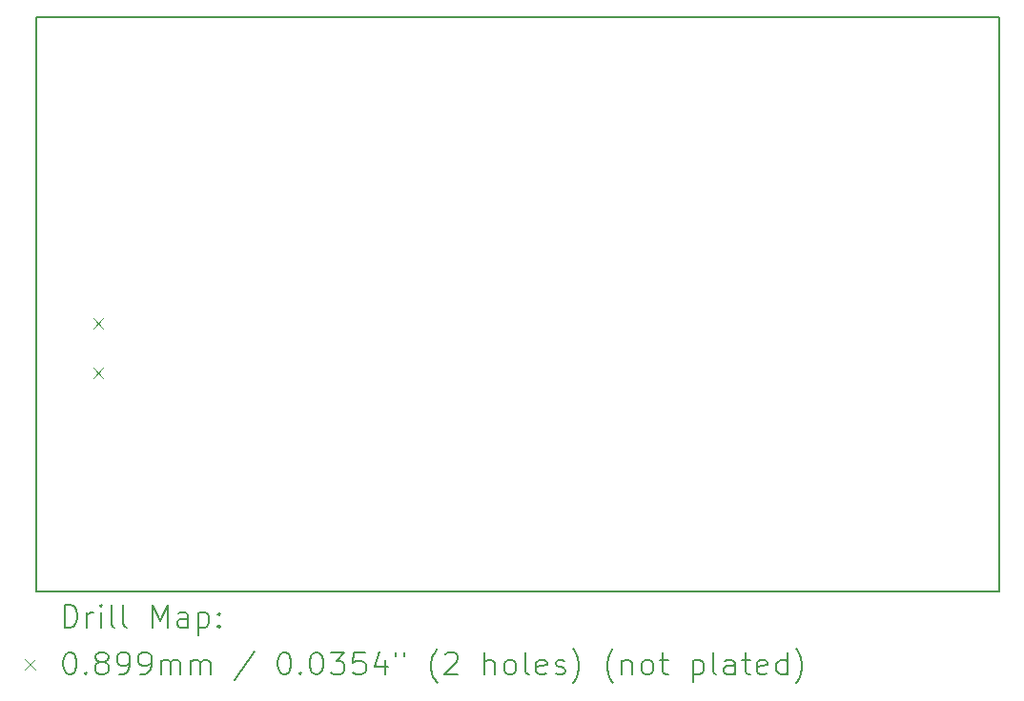
<source format=gbr>
%TF.GenerationSoftware,KiCad,Pcbnew,7.0.7*%
%TF.CreationDate,2023-10-17T21:45:56+02:00*%
%TF.ProjectId,Motherboard_pico,4d6f7468-6572-4626-9f61-72645f706963,rev?*%
%TF.SameCoordinates,Original*%
%TF.FileFunction,Drillmap*%
%TF.FilePolarity,Positive*%
%FSLAX45Y45*%
G04 Gerber Fmt 4.5, Leading zero omitted, Abs format (unit mm)*
G04 Created by KiCad (PCBNEW 7.0.7) date 2023-10-17 21:45:56*
%MOMM*%
%LPD*%
G01*
G04 APERTURE LIST*
%ADD10C,0.200000*%
%ADD11C,0.089916*%
G04 APERTURE END LIST*
D10*
X12150000Y-8400000D02*
X20700000Y-8400000D01*
X20700000Y-13500000D01*
X12150000Y-13500000D01*
X12150000Y-8400000D01*
D11*
X12655064Y-11072834D02*
X12744980Y-11162750D01*
X12744980Y-11072834D02*
X12655064Y-11162750D01*
X12655064Y-11512762D02*
X12744980Y-11602678D01*
X12744980Y-11512762D02*
X12655064Y-11602678D01*
D10*
X12400777Y-13821484D02*
X12400777Y-13621484D01*
X12400777Y-13621484D02*
X12448396Y-13621484D01*
X12448396Y-13621484D02*
X12476967Y-13631008D01*
X12476967Y-13631008D02*
X12496015Y-13650055D01*
X12496015Y-13650055D02*
X12505539Y-13669103D01*
X12505539Y-13669103D02*
X12515062Y-13707198D01*
X12515062Y-13707198D02*
X12515062Y-13735769D01*
X12515062Y-13735769D02*
X12505539Y-13773865D01*
X12505539Y-13773865D02*
X12496015Y-13792912D01*
X12496015Y-13792912D02*
X12476967Y-13811960D01*
X12476967Y-13811960D02*
X12448396Y-13821484D01*
X12448396Y-13821484D02*
X12400777Y-13821484D01*
X12600777Y-13821484D02*
X12600777Y-13688150D01*
X12600777Y-13726246D02*
X12610301Y-13707198D01*
X12610301Y-13707198D02*
X12619824Y-13697674D01*
X12619824Y-13697674D02*
X12638872Y-13688150D01*
X12638872Y-13688150D02*
X12657920Y-13688150D01*
X12724586Y-13821484D02*
X12724586Y-13688150D01*
X12724586Y-13621484D02*
X12715062Y-13631008D01*
X12715062Y-13631008D02*
X12724586Y-13640531D01*
X12724586Y-13640531D02*
X12734110Y-13631008D01*
X12734110Y-13631008D02*
X12724586Y-13621484D01*
X12724586Y-13621484D02*
X12724586Y-13640531D01*
X12848396Y-13821484D02*
X12829348Y-13811960D01*
X12829348Y-13811960D02*
X12819824Y-13792912D01*
X12819824Y-13792912D02*
X12819824Y-13621484D01*
X12953158Y-13821484D02*
X12934110Y-13811960D01*
X12934110Y-13811960D02*
X12924586Y-13792912D01*
X12924586Y-13792912D02*
X12924586Y-13621484D01*
X13181729Y-13821484D02*
X13181729Y-13621484D01*
X13181729Y-13621484D02*
X13248396Y-13764341D01*
X13248396Y-13764341D02*
X13315062Y-13621484D01*
X13315062Y-13621484D02*
X13315062Y-13821484D01*
X13496015Y-13821484D02*
X13496015Y-13716722D01*
X13496015Y-13716722D02*
X13486491Y-13697674D01*
X13486491Y-13697674D02*
X13467443Y-13688150D01*
X13467443Y-13688150D02*
X13429348Y-13688150D01*
X13429348Y-13688150D02*
X13410301Y-13697674D01*
X13496015Y-13811960D02*
X13476967Y-13821484D01*
X13476967Y-13821484D02*
X13429348Y-13821484D01*
X13429348Y-13821484D02*
X13410301Y-13811960D01*
X13410301Y-13811960D02*
X13400777Y-13792912D01*
X13400777Y-13792912D02*
X13400777Y-13773865D01*
X13400777Y-13773865D02*
X13410301Y-13754817D01*
X13410301Y-13754817D02*
X13429348Y-13745293D01*
X13429348Y-13745293D02*
X13476967Y-13745293D01*
X13476967Y-13745293D02*
X13496015Y-13735769D01*
X13591253Y-13688150D02*
X13591253Y-13888150D01*
X13591253Y-13697674D02*
X13610301Y-13688150D01*
X13610301Y-13688150D02*
X13648396Y-13688150D01*
X13648396Y-13688150D02*
X13667443Y-13697674D01*
X13667443Y-13697674D02*
X13676967Y-13707198D01*
X13676967Y-13707198D02*
X13686491Y-13726246D01*
X13686491Y-13726246D02*
X13686491Y-13783388D01*
X13686491Y-13783388D02*
X13676967Y-13802436D01*
X13676967Y-13802436D02*
X13667443Y-13811960D01*
X13667443Y-13811960D02*
X13648396Y-13821484D01*
X13648396Y-13821484D02*
X13610301Y-13821484D01*
X13610301Y-13821484D02*
X13591253Y-13811960D01*
X13772205Y-13802436D02*
X13781729Y-13811960D01*
X13781729Y-13811960D02*
X13772205Y-13821484D01*
X13772205Y-13821484D02*
X13762682Y-13811960D01*
X13762682Y-13811960D02*
X13772205Y-13802436D01*
X13772205Y-13802436D02*
X13772205Y-13821484D01*
X13772205Y-13697674D02*
X13781729Y-13707198D01*
X13781729Y-13707198D02*
X13772205Y-13716722D01*
X13772205Y-13716722D02*
X13762682Y-13707198D01*
X13762682Y-13707198D02*
X13772205Y-13697674D01*
X13772205Y-13697674D02*
X13772205Y-13716722D01*
D11*
X12050084Y-14105042D02*
X12140000Y-14194958D01*
X12140000Y-14105042D02*
X12050084Y-14194958D01*
D10*
X12438872Y-14041484D02*
X12457920Y-14041484D01*
X12457920Y-14041484D02*
X12476967Y-14051008D01*
X12476967Y-14051008D02*
X12486491Y-14060531D01*
X12486491Y-14060531D02*
X12496015Y-14079579D01*
X12496015Y-14079579D02*
X12505539Y-14117674D01*
X12505539Y-14117674D02*
X12505539Y-14165293D01*
X12505539Y-14165293D02*
X12496015Y-14203388D01*
X12496015Y-14203388D02*
X12486491Y-14222436D01*
X12486491Y-14222436D02*
X12476967Y-14231960D01*
X12476967Y-14231960D02*
X12457920Y-14241484D01*
X12457920Y-14241484D02*
X12438872Y-14241484D01*
X12438872Y-14241484D02*
X12419824Y-14231960D01*
X12419824Y-14231960D02*
X12410301Y-14222436D01*
X12410301Y-14222436D02*
X12400777Y-14203388D01*
X12400777Y-14203388D02*
X12391253Y-14165293D01*
X12391253Y-14165293D02*
X12391253Y-14117674D01*
X12391253Y-14117674D02*
X12400777Y-14079579D01*
X12400777Y-14079579D02*
X12410301Y-14060531D01*
X12410301Y-14060531D02*
X12419824Y-14051008D01*
X12419824Y-14051008D02*
X12438872Y-14041484D01*
X12591253Y-14222436D02*
X12600777Y-14231960D01*
X12600777Y-14231960D02*
X12591253Y-14241484D01*
X12591253Y-14241484D02*
X12581729Y-14231960D01*
X12581729Y-14231960D02*
X12591253Y-14222436D01*
X12591253Y-14222436D02*
X12591253Y-14241484D01*
X12715062Y-14127198D02*
X12696015Y-14117674D01*
X12696015Y-14117674D02*
X12686491Y-14108150D01*
X12686491Y-14108150D02*
X12676967Y-14089103D01*
X12676967Y-14089103D02*
X12676967Y-14079579D01*
X12676967Y-14079579D02*
X12686491Y-14060531D01*
X12686491Y-14060531D02*
X12696015Y-14051008D01*
X12696015Y-14051008D02*
X12715062Y-14041484D01*
X12715062Y-14041484D02*
X12753158Y-14041484D01*
X12753158Y-14041484D02*
X12772205Y-14051008D01*
X12772205Y-14051008D02*
X12781729Y-14060531D01*
X12781729Y-14060531D02*
X12791253Y-14079579D01*
X12791253Y-14079579D02*
X12791253Y-14089103D01*
X12791253Y-14089103D02*
X12781729Y-14108150D01*
X12781729Y-14108150D02*
X12772205Y-14117674D01*
X12772205Y-14117674D02*
X12753158Y-14127198D01*
X12753158Y-14127198D02*
X12715062Y-14127198D01*
X12715062Y-14127198D02*
X12696015Y-14136722D01*
X12696015Y-14136722D02*
X12686491Y-14146246D01*
X12686491Y-14146246D02*
X12676967Y-14165293D01*
X12676967Y-14165293D02*
X12676967Y-14203388D01*
X12676967Y-14203388D02*
X12686491Y-14222436D01*
X12686491Y-14222436D02*
X12696015Y-14231960D01*
X12696015Y-14231960D02*
X12715062Y-14241484D01*
X12715062Y-14241484D02*
X12753158Y-14241484D01*
X12753158Y-14241484D02*
X12772205Y-14231960D01*
X12772205Y-14231960D02*
X12781729Y-14222436D01*
X12781729Y-14222436D02*
X12791253Y-14203388D01*
X12791253Y-14203388D02*
X12791253Y-14165293D01*
X12791253Y-14165293D02*
X12781729Y-14146246D01*
X12781729Y-14146246D02*
X12772205Y-14136722D01*
X12772205Y-14136722D02*
X12753158Y-14127198D01*
X12886491Y-14241484D02*
X12924586Y-14241484D01*
X12924586Y-14241484D02*
X12943634Y-14231960D01*
X12943634Y-14231960D02*
X12953158Y-14222436D01*
X12953158Y-14222436D02*
X12972205Y-14193865D01*
X12972205Y-14193865D02*
X12981729Y-14155769D01*
X12981729Y-14155769D02*
X12981729Y-14079579D01*
X12981729Y-14079579D02*
X12972205Y-14060531D01*
X12972205Y-14060531D02*
X12962682Y-14051008D01*
X12962682Y-14051008D02*
X12943634Y-14041484D01*
X12943634Y-14041484D02*
X12905539Y-14041484D01*
X12905539Y-14041484D02*
X12886491Y-14051008D01*
X12886491Y-14051008D02*
X12876967Y-14060531D01*
X12876967Y-14060531D02*
X12867443Y-14079579D01*
X12867443Y-14079579D02*
X12867443Y-14127198D01*
X12867443Y-14127198D02*
X12876967Y-14146246D01*
X12876967Y-14146246D02*
X12886491Y-14155769D01*
X12886491Y-14155769D02*
X12905539Y-14165293D01*
X12905539Y-14165293D02*
X12943634Y-14165293D01*
X12943634Y-14165293D02*
X12962682Y-14155769D01*
X12962682Y-14155769D02*
X12972205Y-14146246D01*
X12972205Y-14146246D02*
X12981729Y-14127198D01*
X13076967Y-14241484D02*
X13115062Y-14241484D01*
X13115062Y-14241484D02*
X13134110Y-14231960D01*
X13134110Y-14231960D02*
X13143634Y-14222436D01*
X13143634Y-14222436D02*
X13162682Y-14193865D01*
X13162682Y-14193865D02*
X13172205Y-14155769D01*
X13172205Y-14155769D02*
X13172205Y-14079579D01*
X13172205Y-14079579D02*
X13162682Y-14060531D01*
X13162682Y-14060531D02*
X13153158Y-14051008D01*
X13153158Y-14051008D02*
X13134110Y-14041484D01*
X13134110Y-14041484D02*
X13096015Y-14041484D01*
X13096015Y-14041484D02*
X13076967Y-14051008D01*
X13076967Y-14051008D02*
X13067443Y-14060531D01*
X13067443Y-14060531D02*
X13057920Y-14079579D01*
X13057920Y-14079579D02*
X13057920Y-14127198D01*
X13057920Y-14127198D02*
X13067443Y-14146246D01*
X13067443Y-14146246D02*
X13076967Y-14155769D01*
X13076967Y-14155769D02*
X13096015Y-14165293D01*
X13096015Y-14165293D02*
X13134110Y-14165293D01*
X13134110Y-14165293D02*
X13153158Y-14155769D01*
X13153158Y-14155769D02*
X13162682Y-14146246D01*
X13162682Y-14146246D02*
X13172205Y-14127198D01*
X13257920Y-14241484D02*
X13257920Y-14108150D01*
X13257920Y-14127198D02*
X13267443Y-14117674D01*
X13267443Y-14117674D02*
X13286491Y-14108150D01*
X13286491Y-14108150D02*
X13315063Y-14108150D01*
X13315063Y-14108150D02*
X13334110Y-14117674D01*
X13334110Y-14117674D02*
X13343634Y-14136722D01*
X13343634Y-14136722D02*
X13343634Y-14241484D01*
X13343634Y-14136722D02*
X13353158Y-14117674D01*
X13353158Y-14117674D02*
X13372205Y-14108150D01*
X13372205Y-14108150D02*
X13400777Y-14108150D01*
X13400777Y-14108150D02*
X13419824Y-14117674D01*
X13419824Y-14117674D02*
X13429348Y-14136722D01*
X13429348Y-14136722D02*
X13429348Y-14241484D01*
X13524586Y-14241484D02*
X13524586Y-14108150D01*
X13524586Y-14127198D02*
X13534110Y-14117674D01*
X13534110Y-14117674D02*
X13553158Y-14108150D01*
X13553158Y-14108150D02*
X13581729Y-14108150D01*
X13581729Y-14108150D02*
X13600777Y-14117674D01*
X13600777Y-14117674D02*
X13610301Y-14136722D01*
X13610301Y-14136722D02*
X13610301Y-14241484D01*
X13610301Y-14136722D02*
X13619824Y-14117674D01*
X13619824Y-14117674D02*
X13638872Y-14108150D01*
X13638872Y-14108150D02*
X13667443Y-14108150D01*
X13667443Y-14108150D02*
X13686491Y-14117674D01*
X13686491Y-14117674D02*
X13696015Y-14136722D01*
X13696015Y-14136722D02*
X13696015Y-14241484D01*
X14086491Y-14031960D02*
X13915063Y-14289103D01*
X14343634Y-14041484D02*
X14362682Y-14041484D01*
X14362682Y-14041484D02*
X14381729Y-14051008D01*
X14381729Y-14051008D02*
X14391253Y-14060531D01*
X14391253Y-14060531D02*
X14400777Y-14079579D01*
X14400777Y-14079579D02*
X14410301Y-14117674D01*
X14410301Y-14117674D02*
X14410301Y-14165293D01*
X14410301Y-14165293D02*
X14400777Y-14203388D01*
X14400777Y-14203388D02*
X14391253Y-14222436D01*
X14391253Y-14222436D02*
X14381729Y-14231960D01*
X14381729Y-14231960D02*
X14362682Y-14241484D01*
X14362682Y-14241484D02*
X14343634Y-14241484D01*
X14343634Y-14241484D02*
X14324586Y-14231960D01*
X14324586Y-14231960D02*
X14315063Y-14222436D01*
X14315063Y-14222436D02*
X14305539Y-14203388D01*
X14305539Y-14203388D02*
X14296015Y-14165293D01*
X14296015Y-14165293D02*
X14296015Y-14117674D01*
X14296015Y-14117674D02*
X14305539Y-14079579D01*
X14305539Y-14079579D02*
X14315063Y-14060531D01*
X14315063Y-14060531D02*
X14324586Y-14051008D01*
X14324586Y-14051008D02*
X14343634Y-14041484D01*
X14496015Y-14222436D02*
X14505539Y-14231960D01*
X14505539Y-14231960D02*
X14496015Y-14241484D01*
X14496015Y-14241484D02*
X14486491Y-14231960D01*
X14486491Y-14231960D02*
X14496015Y-14222436D01*
X14496015Y-14222436D02*
X14496015Y-14241484D01*
X14629348Y-14041484D02*
X14648396Y-14041484D01*
X14648396Y-14041484D02*
X14667444Y-14051008D01*
X14667444Y-14051008D02*
X14676967Y-14060531D01*
X14676967Y-14060531D02*
X14686491Y-14079579D01*
X14686491Y-14079579D02*
X14696015Y-14117674D01*
X14696015Y-14117674D02*
X14696015Y-14165293D01*
X14696015Y-14165293D02*
X14686491Y-14203388D01*
X14686491Y-14203388D02*
X14676967Y-14222436D01*
X14676967Y-14222436D02*
X14667444Y-14231960D01*
X14667444Y-14231960D02*
X14648396Y-14241484D01*
X14648396Y-14241484D02*
X14629348Y-14241484D01*
X14629348Y-14241484D02*
X14610301Y-14231960D01*
X14610301Y-14231960D02*
X14600777Y-14222436D01*
X14600777Y-14222436D02*
X14591253Y-14203388D01*
X14591253Y-14203388D02*
X14581729Y-14165293D01*
X14581729Y-14165293D02*
X14581729Y-14117674D01*
X14581729Y-14117674D02*
X14591253Y-14079579D01*
X14591253Y-14079579D02*
X14600777Y-14060531D01*
X14600777Y-14060531D02*
X14610301Y-14051008D01*
X14610301Y-14051008D02*
X14629348Y-14041484D01*
X14762682Y-14041484D02*
X14886491Y-14041484D01*
X14886491Y-14041484D02*
X14819825Y-14117674D01*
X14819825Y-14117674D02*
X14848396Y-14117674D01*
X14848396Y-14117674D02*
X14867444Y-14127198D01*
X14867444Y-14127198D02*
X14876967Y-14136722D01*
X14876967Y-14136722D02*
X14886491Y-14155769D01*
X14886491Y-14155769D02*
X14886491Y-14203388D01*
X14886491Y-14203388D02*
X14876967Y-14222436D01*
X14876967Y-14222436D02*
X14867444Y-14231960D01*
X14867444Y-14231960D02*
X14848396Y-14241484D01*
X14848396Y-14241484D02*
X14791253Y-14241484D01*
X14791253Y-14241484D02*
X14772206Y-14231960D01*
X14772206Y-14231960D02*
X14762682Y-14222436D01*
X15067444Y-14041484D02*
X14972206Y-14041484D01*
X14972206Y-14041484D02*
X14962682Y-14136722D01*
X14962682Y-14136722D02*
X14972206Y-14127198D01*
X14972206Y-14127198D02*
X14991253Y-14117674D01*
X14991253Y-14117674D02*
X15038872Y-14117674D01*
X15038872Y-14117674D02*
X15057920Y-14127198D01*
X15057920Y-14127198D02*
X15067444Y-14136722D01*
X15067444Y-14136722D02*
X15076967Y-14155769D01*
X15076967Y-14155769D02*
X15076967Y-14203388D01*
X15076967Y-14203388D02*
X15067444Y-14222436D01*
X15067444Y-14222436D02*
X15057920Y-14231960D01*
X15057920Y-14231960D02*
X15038872Y-14241484D01*
X15038872Y-14241484D02*
X14991253Y-14241484D01*
X14991253Y-14241484D02*
X14972206Y-14231960D01*
X14972206Y-14231960D02*
X14962682Y-14222436D01*
X15248396Y-14108150D02*
X15248396Y-14241484D01*
X15200777Y-14031960D02*
X15153158Y-14174817D01*
X15153158Y-14174817D02*
X15276967Y-14174817D01*
X15343634Y-14041484D02*
X15343634Y-14079579D01*
X15419825Y-14041484D02*
X15419825Y-14079579D01*
X15715063Y-14317674D02*
X15705539Y-14308150D01*
X15705539Y-14308150D02*
X15686491Y-14279579D01*
X15686491Y-14279579D02*
X15676968Y-14260531D01*
X15676968Y-14260531D02*
X15667444Y-14231960D01*
X15667444Y-14231960D02*
X15657920Y-14184341D01*
X15657920Y-14184341D02*
X15657920Y-14146246D01*
X15657920Y-14146246D02*
X15667444Y-14098627D01*
X15667444Y-14098627D02*
X15676968Y-14070055D01*
X15676968Y-14070055D02*
X15686491Y-14051008D01*
X15686491Y-14051008D02*
X15705539Y-14022436D01*
X15705539Y-14022436D02*
X15715063Y-14012912D01*
X15781729Y-14060531D02*
X15791253Y-14051008D01*
X15791253Y-14051008D02*
X15810301Y-14041484D01*
X15810301Y-14041484D02*
X15857920Y-14041484D01*
X15857920Y-14041484D02*
X15876968Y-14051008D01*
X15876968Y-14051008D02*
X15886491Y-14060531D01*
X15886491Y-14060531D02*
X15896015Y-14079579D01*
X15896015Y-14079579D02*
X15896015Y-14098627D01*
X15896015Y-14098627D02*
X15886491Y-14127198D01*
X15886491Y-14127198D02*
X15772206Y-14241484D01*
X15772206Y-14241484D02*
X15896015Y-14241484D01*
X16134110Y-14241484D02*
X16134110Y-14041484D01*
X16219825Y-14241484D02*
X16219825Y-14136722D01*
X16219825Y-14136722D02*
X16210301Y-14117674D01*
X16210301Y-14117674D02*
X16191253Y-14108150D01*
X16191253Y-14108150D02*
X16162682Y-14108150D01*
X16162682Y-14108150D02*
X16143634Y-14117674D01*
X16143634Y-14117674D02*
X16134110Y-14127198D01*
X16343634Y-14241484D02*
X16324587Y-14231960D01*
X16324587Y-14231960D02*
X16315063Y-14222436D01*
X16315063Y-14222436D02*
X16305539Y-14203388D01*
X16305539Y-14203388D02*
X16305539Y-14146246D01*
X16305539Y-14146246D02*
X16315063Y-14127198D01*
X16315063Y-14127198D02*
X16324587Y-14117674D01*
X16324587Y-14117674D02*
X16343634Y-14108150D01*
X16343634Y-14108150D02*
X16372206Y-14108150D01*
X16372206Y-14108150D02*
X16391253Y-14117674D01*
X16391253Y-14117674D02*
X16400777Y-14127198D01*
X16400777Y-14127198D02*
X16410301Y-14146246D01*
X16410301Y-14146246D02*
X16410301Y-14203388D01*
X16410301Y-14203388D02*
X16400777Y-14222436D01*
X16400777Y-14222436D02*
X16391253Y-14231960D01*
X16391253Y-14231960D02*
X16372206Y-14241484D01*
X16372206Y-14241484D02*
X16343634Y-14241484D01*
X16524587Y-14241484D02*
X16505539Y-14231960D01*
X16505539Y-14231960D02*
X16496015Y-14212912D01*
X16496015Y-14212912D02*
X16496015Y-14041484D01*
X16676968Y-14231960D02*
X16657920Y-14241484D01*
X16657920Y-14241484D02*
X16619825Y-14241484D01*
X16619825Y-14241484D02*
X16600777Y-14231960D01*
X16600777Y-14231960D02*
X16591253Y-14212912D01*
X16591253Y-14212912D02*
X16591253Y-14136722D01*
X16591253Y-14136722D02*
X16600777Y-14117674D01*
X16600777Y-14117674D02*
X16619825Y-14108150D01*
X16619825Y-14108150D02*
X16657920Y-14108150D01*
X16657920Y-14108150D02*
X16676968Y-14117674D01*
X16676968Y-14117674D02*
X16686491Y-14136722D01*
X16686491Y-14136722D02*
X16686491Y-14155769D01*
X16686491Y-14155769D02*
X16591253Y-14174817D01*
X16762682Y-14231960D02*
X16781730Y-14241484D01*
X16781730Y-14241484D02*
X16819825Y-14241484D01*
X16819825Y-14241484D02*
X16838873Y-14231960D01*
X16838873Y-14231960D02*
X16848396Y-14212912D01*
X16848396Y-14212912D02*
X16848396Y-14203388D01*
X16848396Y-14203388D02*
X16838873Y-14184341D01*
X16838873Y-14184341D02*
X16819825Y-14174817D01*
X16819825Y-14174817D02*
X16791253Y-14174817D01*
X16791253Y-14174817D02*
X16772206Y-14165293D01*
X16772206Y-14165293D02*
X16762682Y-14146246D01*
X16762682Y-14146246D02*
X16762682Y-14136722D01*
X16762682Y-14136722D02*
X16772206Y-14117674D01*
X16772206Y-14117674D02*
X16791253Y-14108150D01*
X16791253Y-14108150D02*
X16819825Y-14108150D01*
X16819825Y-14108150D02*
X16838873Y-14117674D01*
X16915063Y-14317674D02*
X16924587Y-14308150D01*
X16924587Y-14308150D02*
X16943634Y-14279579D01*
X16943634Y-14279579D02*
X16953158Y-14260531D01*
X16953158Y-14260531D02*
X16962682Y-14231960D01*
X16962682Y-14231960D02*
X16972206Y-14184341D01*
X16972206Y-14184341D02*
X16972206Y-14146246D01*
X16972206Y-14146246D02*
X16962682Y-14098627D01*
X16962682Y-14098627D02*
X16953158Y-14070055D01*
X16953158Y-14070055D02*
X16943634Y-14051008D01*
X16943634Y-14051008D02*
X16924587Y-14022436D01*
X16924587Y-14022436D02*
X16915063Y-14012912D01*
X17276968Y-14317674D02*
X17267444Y-14308150D01*
X17267444Y-14308150D02*
X17248396Y-14279579D01*
X17248396Y-14279579D02*
X17238873Y-14260531D01*
X17238873Y-14260531D02*
X17229349Y-14231960D01*
X17229349Y-14231960D02*
X17219825Y-14184341D01*
X17219825Y-14184341D02*
X17219825Y-14146246D01*
X17219825Y-14146246D02*
X17229349Y-14098627D01*
X17229349Y-14098627D02*
X17238873Y-14070055D01*
X17238873Y-14070055D02*
X17248396Y-14051008D01*
X17248396Y-14051008D02*
X17267444Y-14022436D01*
X17267444Y-14022436D02*
X17276968Y-14012912D01*
X17353158Y-14108150D02*
X17353158Y-14241484D01*
X17353158Y-14127198D02*
X17362682Y-14117674D01*
X17362682Y-14117674D02*
X17381730Y-14108150D01*
X17381730Y-14108150D02*
X17410301Y-14108150D01*
X17410301Y-14108150D02*
X17429349Y-14117674D01*
X17429349Y-14117674D02*
X17438873Y-14136722D01*
X17438873Y-14136722D02*
X17438873Y-14241484D01*
X17562682Y-14241484D02*
X17543634Y-14231960D01*
X17543634Y-14231960D02*
X17534111Y-14222436D01*
X17534111Y-14222436D02*
X17524587Y-14203388D01*
X17524587Y-14203388D02*
X17524587Y-14146246D01*
X17524587Y-14146246D02*
X17534111Y-14127198D01*
X17534111Y-14127198D02*
X17543634Y-14117674D01*
X17543634Y-14117674D02*
X17562682Y-14108150D01*
X17562682Y-14108150D02*
X17591254Y-14108150D01*
X17591254Y-14108150D02*
X17610301Y-14117674D01*
X17610301Y-14117674D02*
X17619825Y-14127198D01*
X17619825Y-14127198D02*
X17629349Y-14146246D01*
X17629349Y-14146246D02*
X17629349Y-14203388D01*
X17629349Y-14203388D02*
X17619825Y-14222436D01*
X17619825Y-14222436D02*
X17610301Y-14231960D01*
X17610301Y-14231960D02*
X17591254Y-14241484D01*
X17591254Y-14241484D02*
X17562682Y-14241484D01*
X17686492Y-14108150D02*
X17762682Y-14108150D01*
X17715063Y-14041484D02*
X17715063Y-14212912D01*
X17715063Y-14212912D02*
X17724587Y-14231960D01*
X17724587Y-14231960D02*
X17743634Y-14241484D01*
X17743634Y-14241484D02*
X17762682Y-14241484D01*
X17981730Y-14108150D02*
X17981730Y-14308150D01*
X17981730Y-14117674D02*
X18000777Y-14108150D01*
X18000777Y-14108150D02*
X18038873Y-14108150D01*
X18038873Y-14108150D02*
X18057920Y-14117674D01*
X18057920Y-14117674D02*
X18067444Y-14127198D01*
X18067444Y-14127198D02*
X18076968Y-14146246D01*
X18076968Y-14146246D02*
X18076968Y-14203388D01*
X18076968Y-14203388D02*
X18067444Y-14222436D01*
X18067444Y-14222436D02*
X18057920Y-14231960D01*
X18057920Y-14231960D02*
X18038873Y-14241484D01*
X18038873Y-14241484D02*
X18000777Y-14241484D01*
X18000777Y-14241484D02*
X17981730Y-14231960D01*
X18191254Y-14241484D02*
X18172206Y-14231960D01*
X18172206Y-14231960D02*
X18162682Y-14212912D01*
X18162682Y-14212912D02*
X18162682Y-14041484D01*
X18353158Y-14241484D02*
X18353158Y-14136722D01*
X18353158Y-14136722D02*
X18343635Y-14117674D01*
X18343635Y-14117674D02*
X18324587Y-14108150D01*
X18324587Y-14108150D02*
X18286492Y-14108150D01*
X18286492Y-14108150D02*
X18267444Y-14117674D01*
X18353158Y-14231960D02*
X18334111Y-14241484D01*
X18334111Y-14241484D02*
X18286492Y-14241484D01*
X18286492Y-14241484D02*
X18267444Y-14231960D01*
X18267444Y-14231960D02*
X18257920Y-14212912D01*
X18257920Y-14212912D02*
X18257920Y-14193865D01*
X18257920Y-14193865D02*
X18267444Y-14174817D01*
X18267444Y-14174817D02*
X18286492Y-14165293D01*
X18286492Y-14165293D02*
X18334111Y-14165293D01*
X18334111Y-14165293D02*
X18353158Y-14155769D01*
X18419825Y-14108150D02*
X18496015Y-14108150D01*
X18448396Y-14041484D02*
X18448396Y-14212912D01*
X18448396Y-14212912D02*
X18457920Y-14231960D01*
X18457920Y-14231960D02*
X18476968Y-14241484D01*
X18476968Y-14241484D02*
X18496015Y-14241484D01*
X18638873Y-14231960D02*
X18619825Y-14241484D01*
X18619825Y-14241484D02*
X18581730Y-14241484D01*
X18581730Y-14241484D02*
X18562682Y-14231960D01*
X18562682Y-14231960D02*
X18553158Y-14212912D01*
X18553158Y-14212912D02*
X18553158Y-14136722D01*
X18553158Y-14136722D02*
X18562682Y-14117674D01*
X18562682Y-14117674D02*
X18581730Y-14108150D01*
X18581730Y-14108150D02*
X18619825Y-14108150D01*
X18619825Y-14108150D02*
X18638873Y-14117674D01*
X18638873Y-14117674D02*
X18648396Y-14136722D01*
X18648396Y-14136722D02*
X18648396Y-14155769D01*
X18648396Y-14155769D02*
X18553158Y-14174817D01*
X18819825Y-14241484D02*
X18819825Y-14041484D01*
X18819825Y-14231960D02*
X18800777Y-14241484D01*
X18800777Y-14241484D02*
X18762682Y-14241484D01*
X18762682Y-14241484D02*
X18743635Y-14231960D01*
X18743635Y-14231960D02*
X18734111Y-14222436D01*
X18734111Y-14222436D02*
X18724587Y-14203388D01*
X18724587Y-14203388D02*
X18724587Y-14146246D01*
X18724587Y-14146246D02*
X18734111Y-14127198D01*
X18734111Y-14127198D02*
X18743635Y-14117674D01*
X18743635Y-14117674D02*
X18762682Y-14108150D01*
X18762682Y-14108150D02*
X18800777Y-14108150D01*
X18800777Y-14108150D02*
X18819825Y-14117674D01*
X18896016Y-14317674D02*
X18905539Y-14308150D01*
X18905539Y-14308150D02*
X18924587Y-14279579D01*
X18924587Y-14279579D02*
X18934111Y-14260531D01*
X18934111Y-14260531D02*
X18943635Y-14231960D01*
X18943635Y-14231960D02*
X18953158Y-14184341D01*
X18953158Y-14184341D02*
X18953158Y-14146246D01*
X18953158Y-14146246D02*
X18943635Y-14098627D01*
X18943635Y-14098627D02*
X18934111Y-14070055D01*
X18934111Y-14070055D02*
X18924587Y-14051008D01*
X18924587Y-14051008D02*
X18905539Y-14022436D01*
X18905539Y-14022436D02*
X18896016Y-14012912D01*
M02*

</source>
